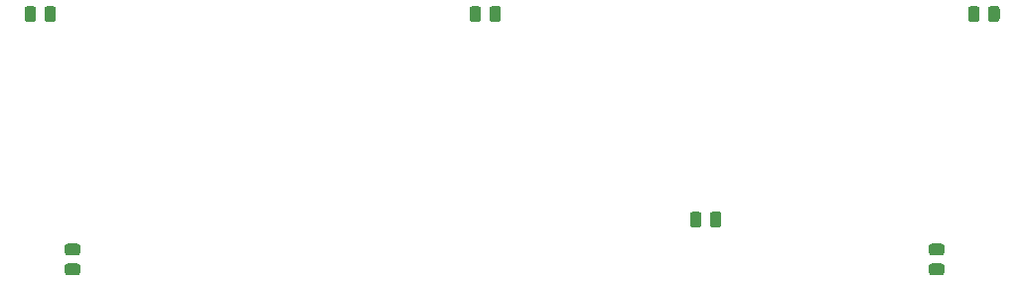
<source format=gtp>
G04 #@! TF.GenerationSoftware,KiCad,Pcbnew,(5.1.10-1-10_14)*
G04 #@! TF.CreationDate,2021-12-06T12:41:19-05:00*
G04 #@! TF.ProjectId,Adapter-30,41646170-7465-4722-9d33-302e6b696361,1.0-SOP*
G04 #@! TF.SameCoordinates,Original*
G04 #@! TF.FileFunction,Paste,Top*
G04 #@! TF.FilePolarity,Positive*
%FSLAX46Y46*%
G04 Gerber Fmt 4.6, Leading zero omitted, Abs format (unit mm)*
G04 Created by KiCad (PCBNEW (5.1.10-1-10_14)) date 2021-12-06 12:41:19*
%MOMM*%
%LPD*%
G01*
G04 APERTURE LIST*
G04 APERTURE END LIST*
G36*
G01*
X139145000Y-91396000D02*
X139145000Y-92246000D01*
G75*
G02*
X138895000Y-92496000I-250000J0D01*
G01*
X138395000Y-92496000D01*
G75*
G02*
X138145000Y-92246000I0J250000D01*
G01*
X138145000Y-91396000D01*
G75*
G02*
X138395000Y-91146000I250000J0D01*
G01*
X138895000Y-91146000D01*
G75*
G02*
X139145000Y-91396000I0J-250000D01*
G01*
G37*
G36*
G01*
X137445000Y-91396000D02*
X137445000Y-92246000D01*
G75*
G02*
X137195000Y-92496000I-250000J0D01*
G01*
X136695000Y-92496000D01*
G75*
G02*
X136445000Y-92246000I0J250000D01*
G01*
X136445000Y-91396000D01*
G75*
G02*
X136695000Y-91146000I250000J0D01*
G01*
X137195000Y-91146000D01*
G75*
G02*
X137445000Y-91396000I0J-250000D01*
G01*
G37*
G36*
G01*
X84245000Y-94875500D02*
X83395000Y-94875500D01*
G75*
G02*
X83145000Y-94625500I0J250000D01*
G01*
X83145000Y-94125500D01*
G75*
G02*
X83395000Y-93875500I250000J0D01*
G01*
X84245000Y-93875500D01*
G75*
G02*
X84495000Y-94125500I0J-250000D01*
G01*
X84495000Y-94625500D01*
G75*
G02*
X84245000Y-94875500I-250000J0D01*
G01*
G37*
G36*
G01*
X84245000Y-96575500D02*
X83395000Y-96575500D01*
G75*
G02*
X83145000Y-96325500I0J250000D01*
G01*
X83145000Y-95825500D01*
G75*
G02*
X83395000Y-95575500I250000J0D01*
G01*
X84245000Y-95575500D01*
G75*
G02*
X84495000Y-95825500I0J-250000D01*
G01*
X84495000Y-96325500D01*
G75*
G02*
X84245000Y-96575500I-250000J0D01*
G01*
G37*
G36*
G01*
X157905000Y-94875500D02*
X157055000Y-94875500D01*
G75*
G02*
X156805000Y-94625500I0J250000D01*
G01*
X156805000Y-94125500D01*
G75*
G02*
X157055000Y-93875500I250000J0D01*
G01*
X157905000Y-93875500D01*
G75*
G02*
X158155000Y-94125500I0J-250000D01*
G01*
X158155000Y-94625500D01*
G75*
G02*
X157905000Y-94875500I-250000J0D01*
G01*
G37*
G36*
G01*
X157905000Y-96575500D02*
X157055000Y-96575500D01*
G75*
G02*
X156805000Y-96325500I0J250000D01*
G01*
X156805000Y-95825500D01*
G75*
G02*
X157055000Y-95575500I250000J0D01*
G01*
X157905000Y-95575500D01*
G75*
G02*
X158155000Y-95825500I0J-250000D01*
G01*
X158155000Y-96325500D01*
G75*
G02*
X157905000Y-96575500I-250000J0D01*
G01*
G37*
G36*
G01*
X160155000Y-74720000D02*
X160155000Y-73870000D01*
G75*
G02*
X160405000Y-73620000I250000J0D01*
G01*
X160905000Y-73620000D01*
G75*
G02*
X161155000Y-73870000I0J-250000D01*
G01*
X161155000Y-74720000D01*
G75*
G02*
X160905000Y-74970000I-250000J0D01*
G01*
X160405000Y-74970000D01*
G75*
G02*
X160155000Y-74720000I0J250000D01*
G01*
G37*
G36*
G01*
X161855000Y-74720000D02*
X161855000Y-73870000D01*
G75*
G02*
X162105000Y-73620000I250000J0D01*
G01*
X162605000Y-73620000D01*
G75*
G02*
X162855000Y-73870000I0J-250000D01*
G01*
X162855000Y-74720000D01*
G75*
G02*
X162605000Y-74970000I-250000J0D01*
G01*
X162105000Y-74970000D01*
G75*
G02*
X161855000Y-74720000I0J250000D01*
G01*
G37*
G36*
G01*
X118649000Y-73870000D02*
X118649000Y-74720000D01*
G75*
G02*
X118399000Y-74970000I-250000J0D01*
G01*
X117899000Y-74970000D01*
G75*
G02*
X117649000Y-74720000I0J250000D01*
G01*
X117649000Y-73870000D01*
G75*
G02*
X117899000Y-73620000I250000J0D01*
G01*
X118399000Y-73620000D01*
G75*
G02*
X118649000Y-73870000I0J-250000D01*
G01*
G37*
G36*
G01*
X120349000Y-73870000D02*
X120349000Y-74720000D01*
G75*
G02*
X120099000Y-74970000I-250000J0D01*
G01*
X119599000Y-74970000D01*
G75*
G02*
X119349000Y-74720000I0J250000D01*
G01*
X119349000Y-73870000D01*
G75*
G02*
X119599000Y-73620000I250000J0D01*
G01*
X120099000Y-73620000D01*
G75*
G02*
X120349000Y-73870000I0J-250000D01*
G01*
G37*
G36*
G01*
X82415000Y-73870000D02*
X82415000Y-74720000D01*
G75*
G02*
X82165000Y-74970000I-250000J0D01*
G01*
X81665000Y-74970000D01*
G75*
G02*
X81415000Y-74720000I0J250000D01*
G01*
X81415000Y-73870000D01*
G75*
G02*
X81665000Y-73620000I250000J0D01*
G01*
X82165000Y-73620000D01*
G75*
G02*
X82415000Y-73870000I0J-250000D01*
G01*
G37*
G36*
G01*
X80715000Y-73870000D02*
X80715000Y-74720000D01*
G75*
G02*
X80465000Y-74970000I-250000J0D01*
G01*
X79965000Y-74970000D01*
G75*
G02*
X79715000Y-74720000I0J250000D01*
G01*
X79715000Y-73870000D01*
G75*
G02*
X79965000Y-73620000I250000J0D01*
G01*
X80465000Y-73620000D01*
G75*
G02*
X80715000Y-73870000I0J-250000D01*
G01*
G37*
M02*

</source>
